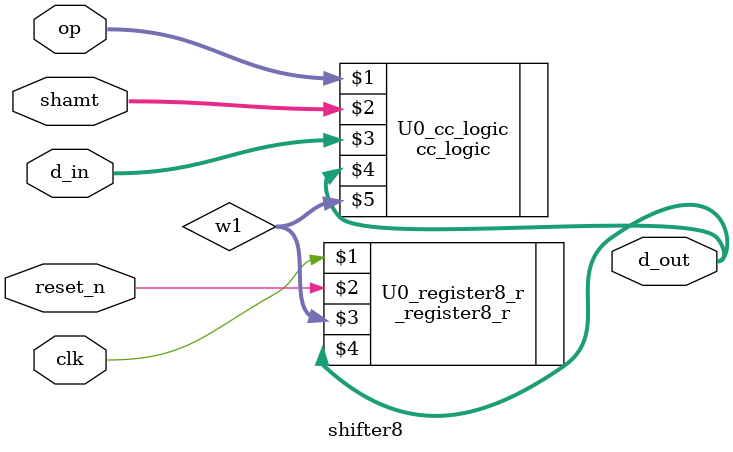
<source format=v>
module shifter8(clk, reset_n, op, shamt, d_in, d_out);
  // 8-bit shifter module with conditional control logic and register
  input clk, reset_n;  // Clock and reset signals
  input [2:0] op;      // Operator input
  input [1:0] shamt;   // Shift amount input
  input [7:0] d_in;    // 8-bit data input

  output [7:0] d_out;  // 8-bit data output

  wire [7:0] w1;  // Internal wire for intermediate data

  // Instantiate conditional control logic module
  cc_logic U0_cc_logic(op, shamt, d_in, d_out, w1);
  
  // Instantiate 8-bit register module with read operation
  _register8_r U0_register8_r(clk, reset_n, w1, d_out);
endmodule

</source>
